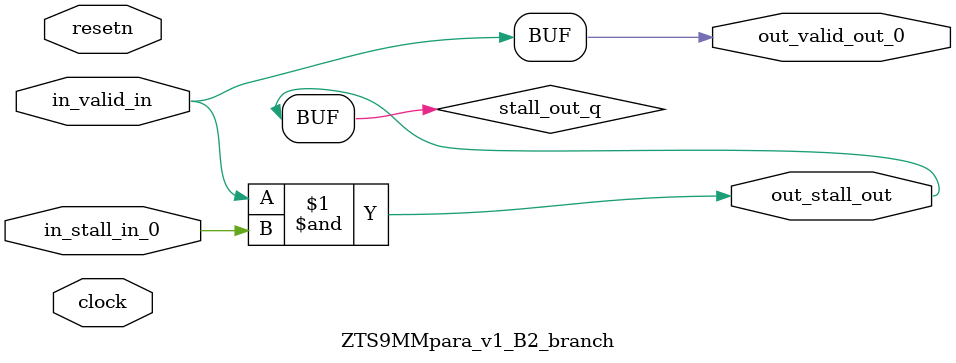
<source format=sv>



(* altera_attribute = "-name AUTO_SHIFT_REGISTER_RECOGNITION OFF; -name MESSAGE_DISABLE 10036; -name MESSAGE_DISABLE 10037; -name MESSAGE_DISABLE 14130; -name MESSAGE_DISABLE 14320; -name MESSAGE_DISABLE 15400; -name MESSAGE_DISABLE 14130; -name MESSAGE_DISABLE 10036; -name MESSAGE_DISABLE 12020; -name MESSAGE_DISABLE 12030; -name MESSAGE_DISABLE 12010; -name MESSAGE_DISABLE 12110; -name MESSAGE_DISABLE 14320; -name MESSAGE_DISABLE 13410; -name MESSAGE_DISABLE 113007; -name MESSAGE_DISABLE 10958" *)
module ZTS9MMpara_v1_B2_branch (
    input wire [0:0] in_stall_in_0,
    input wire [0:0] in_valid_in,
    output wire [0:0] out_stall_out,
    output wire [0:0] out_valid_out_0,
    input wire clock,
    input wire resetn
    );

    wire [0:0] stall_out_q;


    // stall_out(LOGICAL,2)
    assign stall_out_q = in_valid_in & in_stall_in_0;

    // out_stall_out(GPOUT,5)
    assign out_stall_out = stall_out_q;

    // out_valid_out_0(GPOUT,6)
    assign out_valid_out_0 = in_valid_in;

endmodule

</source>
